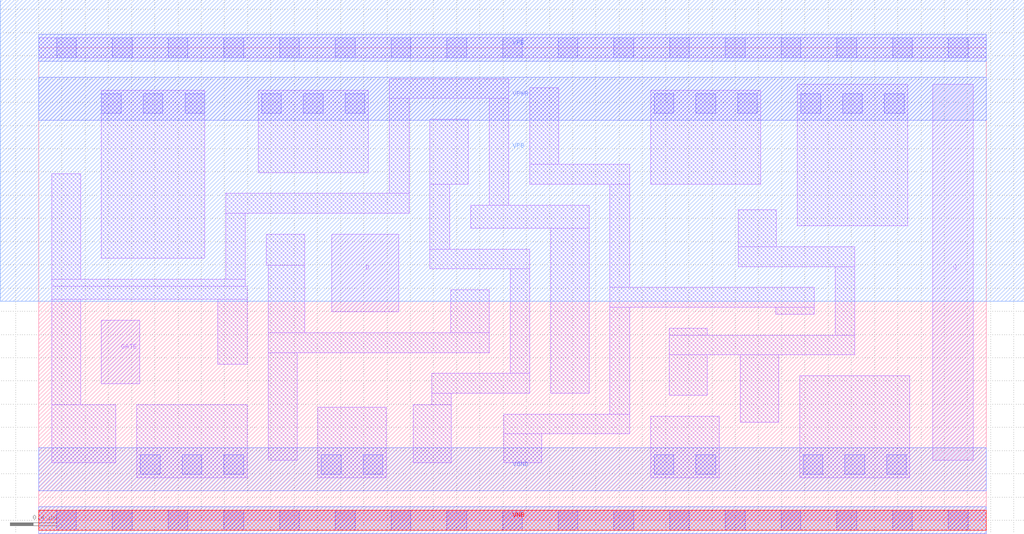
<source format=lef>
# Copyright 2020 The SkyWater PDK Authors
#
# Licensed under the Apache License, Version 2.0 (the "License");
# you may not use this file except in compliance with the License.
# You may obtain a copy of the License at
#
#     https://www.apache.org/licenses/LICENSE-2.0
#
# Unless required by applicable law or agreed to in writing, software
# distributed under the License is distributed on an "AS IS" BASIS,
# WITHOUT WARRANTIES OR CONDITIONS OF ANY KIND, either express or implied.
# See the License for the specific language governing permissions and
# limitations under the License.
#
# SPDX-License-Identifier: Apache-2.0

VERSION 5.7 ;
  NOWIREEXTENSIONATPIN ON ;
  DIVIDERCHAR "/" ;
  BUSBITCHARS "[]" ;
MACRO sky130_fd_sc_hvl__dlxtp_1
  CLASS CORE ;
  FOREIGN sky130_fd_sc_hvl__dlxtp_1 ;
  ORIGIN  0.000000  0.000000 ;
  SIZE  8.160000 BY  4.070000 ;
  SYMMETRY X Y ;
  SITE unithv ;
  PIN D
    ANTENNAGATEAREA  0.585000 ;
    DIRECTION INPUT ;
    USE SIGNAL ;
    PORT
      LAYER li1 ;
        RECT 2.525000 1.795000 3.100000 2.465000 ;
    END
  END D
  PIN Q
    ANTENNADIFFAREA  0.626250 ;
    DIRECTION OUTPUT ;
    USE SIGNAL ;
    PORT
      LAYER li1 ;
        RECT 7.700000 0.515000 8.050000 3.755000 ;
    END
  END Q
  PIN GATE
    ANTENNAGATEAREA  0.585000 ;
    DIRECTION INPUT ;
    USE CLOCK ;
    PORT
      LAYER li1 ;
        RECT 0.540000 1.175000 0.870000 1.725000 ;
    END
  END GATE
  PIN VGND
    DIRECTION INOUT ;
    USE GROUND ;
    PORT
      LAYER met1 ;
        RECT 0.000000 0.255000 8.160000 0.625000 ;
    END
  END VGND
  PIN VNB
    DIRECTION INOUT ;
    USE GROUND ;
    PORT
      LAYER met1 ;
        RECT 0.000000 -0.115000 8.160000 0.115000 ;
      LAYER pwell ;
        RECT 0.000000 -0.085000 8.160000 0.085000 ;
    END
  END VNB
  PIN VPB
    DIRECTION INOUT ;
    USE POWER ;
    PORT
      LAYER met1 ;
        RECT 0.000000 3.955000 8.160000 4.185000 ;
      LAYER nwell ;
        RECT -0.330000 1.885000 8.490000 4.485000 ;
    END
  END VPB
  PIN VPWR
    DIRECTION INOUT ;
    USE POWER ;
    PORT
      LAYER met1 ;
        RECT 0.000000 3.445000 8.160000 3.815000 ;
    END
  END VPWR
  OBS
    LAYER li1 ;
      RECT 0.000000 -0.085000 8.160000 0.085000 ;
      RECT 0.000000  3.985000 8.160000 4.155000 ;
      RECT 0.110000  0.495000 0.665000 0.995000 ;
      RECT 0.110000  0.995000 0.360000 1.905000 ;
      RECT 0.110000  1.905000 1.795000 2.015000 ;
      RECT 0.110000  2.015000 1.780000 2.075000 ;
      RECT 0.110000  2.075000 0.360000 2.985000 ;
      RECT 0.540000  2.255000 1.430000 3.705000 ;
      RECT 0.845000  0.365000 1.795000 0.995000 ;
      RECT 1.540000  1.345000 1.795000 1.905000 ;
      RECT 1.610000  2.075000 1.780000 2.645000 ;
      RECT 1.610000  2.645000 3.190000 2.815000 ;
      RECT 1.890000  2.995000 2.840000 3.705000 ;
      RECT 1.960000  2.195000 2.290000 2.465000 ;
      RECT 1.975000  0.515000 2.225000 1.445000 ;
      RECT 1.975000  1.445000 3.880000 1.615000 ;
      RECT 1.975000  1.615000 2.290000 2.195000 ;
      RECT 2.405000  0.365000 2.995000 0.975000 ;
      RECT 3.020000  2.815000 3.190000 3.635000 ;
      RECT 3.020000  3.635000 4.050000 3.805000 ;
      RECT 3.225000  0.495000 3.555000 0.995000 ;
      RECT 3.370000  2.165000 4.230000 2.335000 ;
      RECT 3.370000  2.335000 3.540000 2.895000 ;
      RECT 3.370000  2.895000 3.700000 3.455000 ;
      RECT 3.385000  0.995000 3.555000 1.095000 ;
      RECT 3.385000  1.095000 4.230000 1.265000 ;
      RECT 3.550000  1.615000 3.880000 1.985000 ;
      RECT 3.720000  2.515000 4.740000 2.715000 ;
      RECT 3.880000  2.715000 4.050000 3.635000 ;
      RECT 4.005000  0.495000 4.335000 0.745000 ;
      RECT 4.005000  0.745000 5.090000 0.915000 ;
      RECT 4.060000  1.265000 4.230000 2.165000 ;
      RECT 4.230000  2.895000 5.090000 3.065000 ;
      RECT 4.230000  3.065000 4.480000 3.725000 ;
      RECT 4.410000  1.095000 4.740000 2.515000 ;
      RECT 4.920000  0.915000 5.090000 1.835000 ;
      RECT 4.920000  1.835000 6.680000 2.005000 ;
      RECT 4.920000  2.005000 5.090000 2.895000 ;
      RECT 5.270000  0.365000 5.860000 0.895000 ;
      RECT 5.270000  2.895000 6.220000 3.705000 ;
      RECT 5.430000  1.075000 5.760000 1.425000 ;
      RECT 5.430000  1.425000 7.030000 1.595000 ;
      RECT 5.430000  1.595000 5.760000 1.655000 ;
      RECT 6.025000  2.185000 7.030000 2.355000 ;
      RECT 6.025000  2.355000 6.355000 2.675000 ;
      RECT 6.045000  0.845000 6.375000 1.425000 ;
      RECT 6.350000  1.775000 6.680000 1.835000 ;
      RECT 6.535000  2.535000 7.485000 3.755000 ;
      RECT 6.555000  0.365000 7.505000 1.245000 ;
      RECT 6.860000  1.595000 7.030000 2.185000 ;
    LAYER mcon ;
      RECT 0.155000 -0.085000 0.325000 0.085000 ;
      RECT 0.155000  3.985000 0.325000 4.155000 ;
      RECT 0.540000  3.505000 0.710000 3.675000 ;
      RECT 0.635000 -0.085000 0.805000 0.085000 ;
      RECT 0.635000  3.985000 0.805000 4.155000 ;
      RECT 0.875000  0.395000 1.045000 0.565000 ;
      RECT 0.900000  3.505000 1.070000 3.675000 ;
      RECT 1.115000 -0.085000 1.285000 0.085000 ;
      RECT 1.115000  3.985000 1.285000 4.155000 ;
      RECT 1.235000  0.395000 1.405000 0.565000 ;
      RECT 1.260000  3.505000 1.430000 3.675000 ;
      RECT 1.595000 -0.085000 1.765000 0.085000 ;
      RECT 1.595000  0.395000 1.765000 0.565000 ;
      RECT 1.595000  3.985000 1.765000 4.155000 ;
      RECT 1.920000  3.505000 2.090000 3.675000 ;
      RECT 2.075000 -0.085000 2.245000 0.085000 ;
      RECT 2.075000  3.985000 2.245000 4.155000 ;
      RECT 2.280000  3.505000 2.450000 3.675000 ;
      RECT 2.435000  0.395000 2.605000 0.565000 ;
      RECT 2.555000 -0.085000 2.725000 0.085000 ;
      RECT 2.555000  3.985000 2.725000 4.155000 ;
      RECT 2.640000  3.505000 2.810000 3.675000 ;
      RECT 2.795000  0.395000 2.965000 0.565000 ;
      RECT 3.035000 -0.085000 3.205000 0.085000 ;
      RECT 3.035000  3.985000 3.205000 4.155000 ;
      RECT 3.515000 -0.085000 3.685000 0.085000 ;
      RECT 3.515000  3.985000 3.685000 4.155000 ;
      RECT 3.995000 -0.085000 4.165000 0.085000 ;
      RECT 3.995000  3.985000 4.165000 4.155000 ;
      RECT 4.475000 -0.085000 4.645000 0.085000 ;
      RECT 4.475000  3.985000 4.645000 4.155000 ;
      RECT 4.955000 -0.085000 5.125000 0.085000 ;
      RECT 4.955000  3.985000 5.125000 4.155000 ;
      RECT 5.300000  0.395000 5.470000 0.565000 ;
      RECT 5.300000  3.505000 5.470000 3.675000 ;
      RECT 5.435000 -0.085000 5.605000 0.085000 ;
      RECT 5.435000  3.985000 5.605000 4.155000 ;
      RECT 5.660000  0.395000 5.830000 0.565000 ;
      RECT 5.660000  3.505000 5.830000 3.675000 ;
      RECT 5.915000 -0.085000 6.085000 0.085000 ;
      RECT 5.915000  3.985000 6.085000 4.155000 ;
      RECT 6.020000  3.505000 6.190000 3.675000 ;
      RECT 6.395000 -0.085000 6.565000 0.085000 ;
      RECT 6.395000  3.985000 6.565000 4.155000 ;
      RECT 6.565000  3.505000 6.735000 3.675000 ;
      RECT 6.585000  0.395000 6.755000 0.565000 ;
      RECT 6.875000 -0.085000 7.045000 0.085000 ;
      RECT 6.875000  3.985000 7.045000 4.155000 ;
      RECT 6.925000  3.505000 7.095000 3.675000 ;
      RECT 6.945000  0.395000 7.115000 0.565000 ;
      RECT 7.285000  3.505000 7.455000 3.675000 ;
      RECT 7.305000  0.395000 7.475000 0.565000 ;
      RECT 7.355000 -0.085000 7.525000 0.085000 ;
      RECT 7.355000  3.985000 7.525000 4.155000 ;
      RECT 7.835000 -0.085000 8.005000 0.085000 ;
      RECT 7.835000  3.985000 8.005000 4.155000 ;
  END
END sky130_fd_sc_hvl__dlxtp_1
END LIBRARY

</source>
